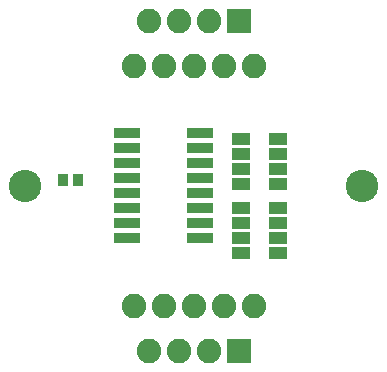
<source format=gts>
G75*
G70*
%OFA0B0*%
%FSLAX24Y24*%
%IPPOS*%
%LPD*%
%AMOC8*
5,1,8,0,0,1.08239X$1,22.5*
%
%ADD10C,0.1080*%
%ADD11C,0.0820*%
%ADD12R,0.0880X0.0340*%
%ADD13R,0.0356X0.0434*%
%ADD14R,0.0592X0.0395*%
%ADD15R,0.0820X0.0820*%
D10*
X022890Y028000D03*
X034110Y028000D03*
D11*
X027000Y022500D03*
X028000Y022500D03*
X029000Y022500D03*
X028500Y024000D03*
X027500Y024000D03*
X026500Y024000D03*
X029500Y024000D03*
X030500Y024000D03*
X030500Y032000D03*
X029500Y032000D03*
X028500Y032000D03*
X027500Y032000D03*
X026500Y032000D03*
X027000Y033500D03*
X028000Y033500D03*
X029000Y033500D03*
D12*
X028710Y029750D03*
X028710Y029250D03*
X028710Y028750D03*
X028710Y028250D03*
X028710Y027750D03*
X028710Y027250D03*
X028710Y026750D03*
X028710Y026250D03*
X026290Y026250D03*
X026290Y026750D03*
X026290Y027250D03*
X026290Y027750D03*
X026290Y028250D03*
X026290Y028750D03*
X026290Y029250D03*
X026290Y029750D03*
D13*
X024656Y028200D03*
X024144Y028200D03*
D14*
X030075Y028050D03*
X030075Y028550D03*
X030075Y029050D03*
X030075Y029550D03*
X031325Y029550D03*
X031325Y029050D03*
X031325Y028550D03*
X031325Y028050D03*
X031325Y027250D03*
X031325Y026750D03*
X031325Y026250D03*
X031325Y025750D03*
X030075Y025750D03*
X030075Y026250D03*
X030075Y026750D03*
X030075Y027250D03*
D15*
X030000Y022500D03*
X030000Y033500D03*
M02*

</source>
